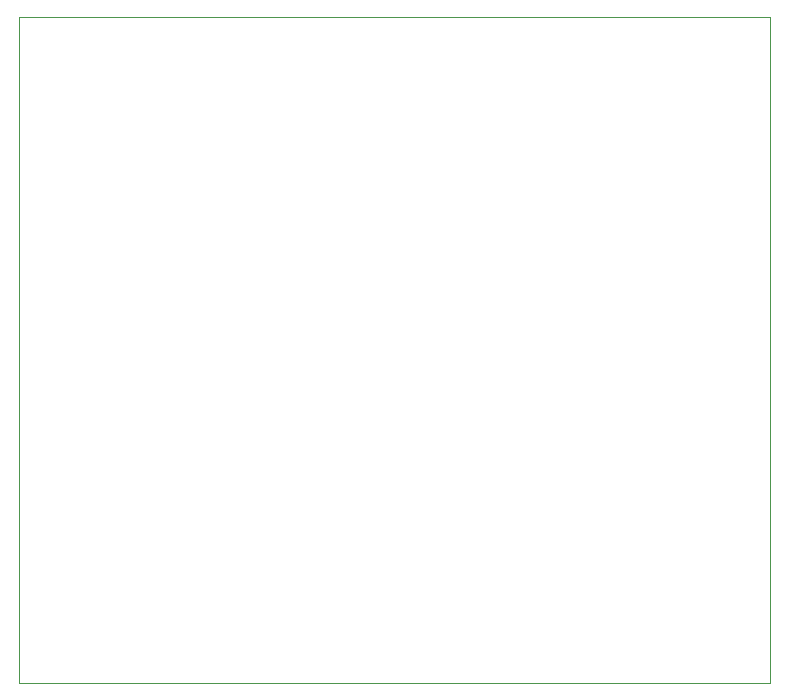
<source format=gbr>
%TF.GenerationSoftware,KiCad,Pcbnew,8.0.1*%
%TF.CreationDate,2024-09-05T17:17:53+09:00*%
%TF.ProjectId,Test2,54657374-322e-46b6-9963-61645f706362,rev?*%
%TF.SameCoordinates,Original*%
%TF.FileFunction,Profile,NP*%
%FSLAX46Y46*%
G04 Gerber Fmt 4.6, Leading zero omitted, Abs format (unit mm)*
G04 Created by KiCad (PCBNEW 8.0.1) date 2024-09-05 17:17:53*
%MOMM*%
%LPD*%
G01*
G04 APERTURE LIST*
%TA.AperFunction,Profile*%
%ADD10C,0.050000*%
%TD*%
G04 APERTURE END LIST*
D10*
X88100000Y-77300000D02*
X151700000Y-77300000D01*
X151700000Y-133700000D01*
X88100000Y-133700000D01*
X88100000Y-77300000D01*
M02*

</source>
